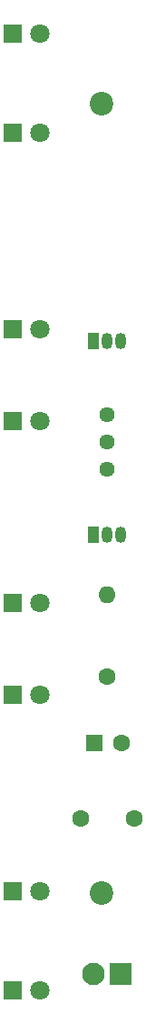
<source format=gbr>
%TF.GenerationSoftware,KiCad,Pcbnew,(6.0.0-rc1-415-g653c7b78d7)*%
%TF.CreationDate,2021-12-23T14:23:56-08:00*%
%TF.ProjectId,Emitter,456d6974-7465-4722-9e6b-696361645f70,rev?*%
%TF.SameCoordinates,Original*%
%TF.FileFunction,Soldermask,Top*%
%TF.FilePolarity,Negative*%
%FSLAX46Y46*%
G04 Gerber Fmt 4.6, Leading zero omitted, Abs format (unit mm)*
G04 Created by KiCad (PCBNEW (6.0.0-rc1-415-g653c7b78d7)) date 2021-12-23 14:23:56*
%MOMM*%
%LPD*%
G01*
G04 APERTURE LIST*
%ADD10R,1.800000X1.800000*%
%ADD11C,1.800000*%
%ADD12C,2.200000*%
%ADD13C,1.600000*%
%ADD14R,2.100000X2.100000*%
%ADD15C,2.100000*%
%ADD16C,1.440000*%
%ADD17O,1.600000X1.600000*%
%ADD18R,1.600000X1.600000*%
%ADD19R,1.050000X1.500000*%
%ADD20O,1.050000X1.500000*%
G04 APERTURE END LIST*
D10*
%TO.C,D2*%
X138730000Y-125795000D03*
D11*
X141270000Y-125795000D03*
%TD*%
D10*
%TO.C,D3*%
X138730000Y-107495000D03*
D11*
X141270000Y-107495000D03*
%TD*%
D10*
%TO.C,D6*%
X138730000Y-73495000D03*
D11*
X141270000Y-73495000D03*
%TD*%
D10*
%TO.C,D7*%
X138730000Y-55195000D03*
D11*
X141270000Y-55195000D03*
%TD*%
D10*
%TO.C,D4*%
X138730000Y-98995000D03*
D11*
X141270000Y-98995000D03*
%TD*%
D10*
%TO.C,D8*%
X138730000Y-45995000D03*
D11*
X141270000Y-45995000D03*
%TD*%
D12*
%TO.C,REF\u002A\u002A*%
X147005000Y-52495000D03*
%TD*%
%TO.C,REF\u002A\u002A*%
X147005000Y-125995000D03*
%TD*%
D10*
%TO.C,D5*%
X138730000Y-81995000D03*
D11*
X141270000Y-81995000D03*
%TD*%
D10*
%TO.C,D1*%
X138730000Y-134995000D03*
D11*
X141270000Y-134995000D03*
%TD*%
D13*
%TO.C,C2*%
X150005000Y-118995000D03*
X145005000Y-118995000D03*
%TD*%
D14*
%TO.C,J1*%
X148775000Y-133495000D03*
D15*
X146235000Y-133495000D03*
%TD*%
D16*
%TO.C,R2*%
X147505000Y-81445000D03*
X147505000Y-83985000D03*
X147505000Y-86525000D03*
%TD*%
D13*
%TO.C,R1*%
X147505000Y-105805000D03*
D17*
X147505000Y-98185000D03*
%TD*%
D18*
%TO.C,C1*%
X146322621Y-111995000D03*
D13*
X148822621Y-111995000D03*
%TD*%
D19*
%TO.C,Q2*%
X146235000Y-74622500D03*
D20*
X147505000Y-74622500D03*
X148775000Y-74622500D03*
%TD*%
D19*
%TO.C,Q1*%
X146235000Y-92622500D03*
D20*
X147505000Y-92622500D03*
X148775000Y-92622500D03*
%TD*%
M02*

</source>
